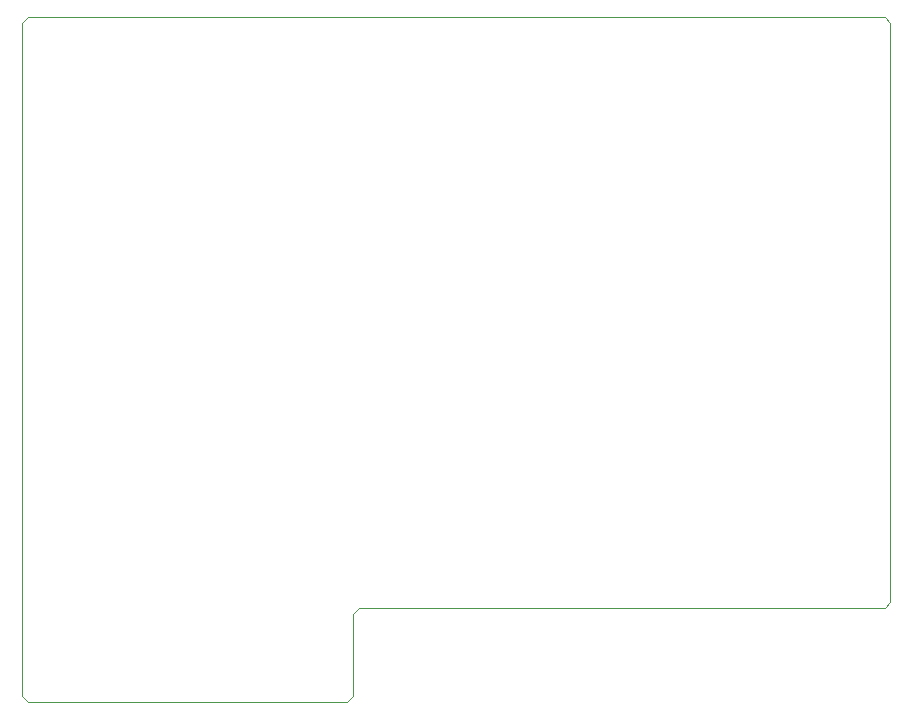
<source format=gm1>
G04 #@! TF.GenerationSoftware,KiCad,Pcbnew,8.0.3*
G04 #@! TF.CreationDate,2024-06-19T21:53:35+09:00*
G04 #@! TF.ProjectId,MEZ68020,4d455a36-3830-4323-902e-6b696361645f,A*
G04 #@! TF.SameCoordinates,PX5f5e100PY8f0d180*
G04 #@! TF.FileFunction,Profile,NP*
%FSLAX46Y46*%
G04 Gerber Fmt 4.6, Leading zero omitted, Abs format (unit mm)*
G04 Created by KiCad (PCBNEW 8.0.3) date 2024-06-19 21:53:35*
%MOMM*%
%LPD*%
G01*
G04 APERTURE LIST*
G04 #@! TA.AperFunction,Profile*
%ADD10C,0.100000*%
G04 #@! TD*
G04 APERTURE END LIST*
D10*
X73500000Y57500000D02*
X73500000Y8500000D01*
X73000000Y8000000D01*
X28500000Y8000000D01*
X28000000Y7500000D01*
X28000000Y500000D01*
X27500000Y0D01*
X500000Y0D01*
X0Y500000D01*
X0Y57500000D01*
X500000Y58000000D01*
X73000000Y58000000D01*
X73500000Y57500000D01*
M02*

</source>
